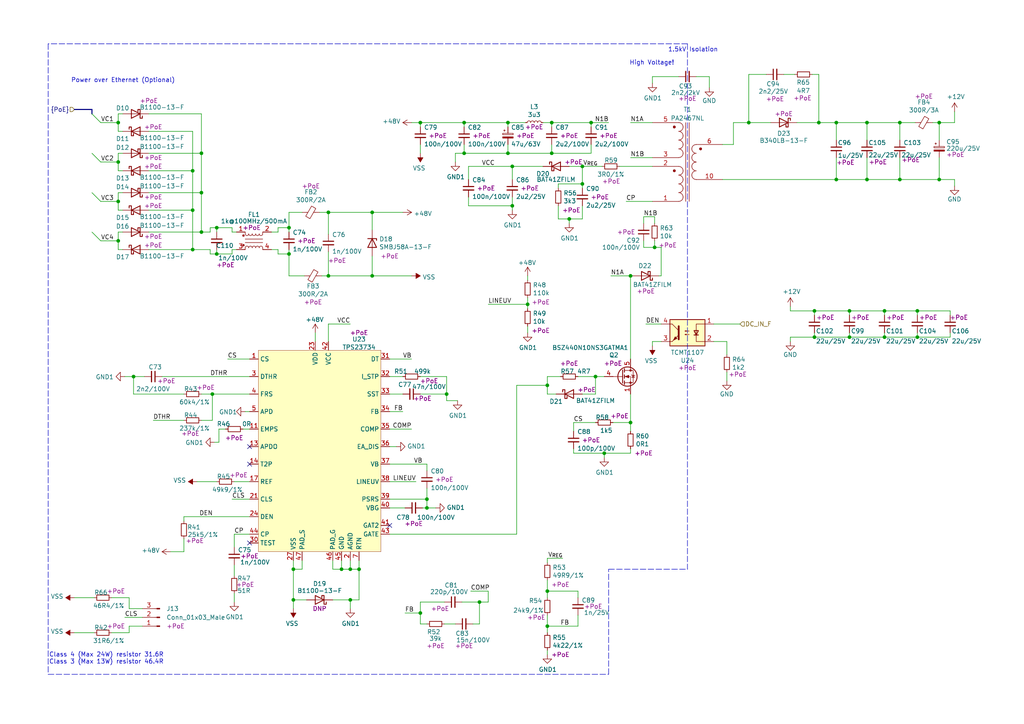
<source format=kicad_sch>
(kicad_sch (version 20210621) (generator eeschema)
  (paper "A4")
  (title_block (title "Power over Ethernet") (date "2021-01-12") (rev "0.1") (company "Nabu Casa") (comment 1 "www.nabucasa.com") (comment 2 "Amber"))
  (junction (at 34.29 35.56) (diameter 0.9144))
  (junction (at 34.29 46.99) (diameter 0.9144))
  (junction (at 34.29 58.42) (diameter 0.9144))
  (junction (at 34.29 69.85) (diameter 0.9144))
  (junction (at 38.735 109.22) (diameter 0.9144))
  (junction (at 55.88 49.53) (diameter 0.9144))
  (junction (at 55.88 60.96) (diameter 0.9144))
  (junction (at 55.88 72.39) (diameter 0.9144))
  (junction (at 58.42 44.45) (diameter 0.9144))
  (junction (at 58.42 55.88) (diameter 0.9144))
  (junction (at 58.42 67.31) (diameter 0.9144))
  (junction (at 61.595 114.3) (diameter 0.9144))
  (junction (at 62.865 66.04) (diameter 0.9144))
  (junction (at 62.865 73.66) (diameter 0.9144))
  (junction (at 83.82 66.04) (diameter 0.9144))
  (junction (at 83.82 73.66) (diameter 0.9144))
  (junction (at 85.09 165.1) (diameter 0.9144))
  (junction (at 85.09 173.99) (diameter 0.9144))
  (junction (at 95.25 61.595) (diameter 0.9144))
  (junction (at 95.25 80.01) (diameter 0.9144))
  (junction (at 99.06 165.1) (diameter 0.9144))
  (junction (at 101.6 165.1) (diameter 0.9144))
  (junction (at 101.6 173.99) (diameter 0.9144))
  (junction (at 104.14 165.1) (diameter 0.9144))
  (junction (at 107.95 61.595) (diameter 0.9144))
  (junction (at 107.95 80.01) (diameter 0.9144))
  (junction (at 121.92 35.56) (diameter 0.9144))
  (junction (at 121.92 177.8) (diameter 0.9144))
  (junction (at 123.825 144.78) (diameter 0.9144))
  (junction (at 123.825 147.32) (diameter 0.9144))
  (junction (at 129.54 114.3) (diameter 0.9144))
  (junction (at 134.62 35.56) (diameter 0.9144))
  (junction (at 134.62 44.45) (diameter 0.9144))
  (junction (at 139.065 174.625) (diameter 0.9144))
  (junction (at 147.32 35.56) (diameter 0.9144))
  (junction (at 147.32 44.45) (diameter 0.9144))
  (junction (at 148.59 48.26) (diameter 0.9144))
  (junction (at 148.59 59.69) (diameter 0.9144))
  (junction (at 153.035 88.265) (diameter 0.9144))
  (junction (at 158.75 111.76) (diameter 0.9144))
  (junction (at 158.75 171.45) (diameter 0.9144))
  (junction (at 158.75 181.61) (diameter 0.9144))
  (junction (at 160.02 35.56) (diameter 0.9144))
  (junction (at 160.02 44.45) (diameter 0.9144))
  (junction (at 165.1 63.5) (diameter 0.9144))
  (junction (at 168.91 48.26) (diameter 0.9144))
  (junction (at 168.91 53.34) (diameter 0.9144))
  (junction (at 171.45 35.56) (diameter 0.9144))
  (junction (at 172.72 109.22) (diameter 0.9144))
  (junction (at 175.26 131.445) (diameter 0.9144))
  (junction (at 182.88 80.01) (diameter 0.9144))
  (junction (at 182.88 122.555) (diameter 0.9144))
  (junction (at 189.865 71.755) (diameter 0.9144))
  (junction (at 217.17 35.56) (diameter 0.9144))
  (junction (at 236.22 90.17) (diameter 0.9144))
  (junction (at 236.22 97.79) (diameter 0.9144))
  (junction (at 237.49 35.56) (diameter 0.9144))
  (junction (at 242.57 35.56) (diameter 0.9144))
  (junction (at 242.57 52.07) (diameter 0.9144))
  (junction (at 246.38 90.17) (diameter 0.9144))
  (junction (at 246.38 97.79) (diameter 0.9144))
  (junction (at 251.46 35.56) (diameter 0.9144))
  (junction (at 251.46 52.07) (diameter 0.9144))
  (junction (at 256.54 90.17) (diameter 0.9144))
  (junction (at 256.54 97.79) (diameter 0.9144))
  (junction (at 260.985 35.56) (diameter 0.9144))
  (junction (at 260.985 52.07) (diameter 0.9144))
  (junction (at 266.065 90.17) (diameter 0.9144))
  (junction (at 266.065 97.79) (diameter 0.9144))
  (junction (at 272.415 35.56) (diameter 0.9144))
  (junction (at 272.415 52.07) (diameter 0.9144))
  (no_connect (at 72.39 129.54))
  (no_connect (at 72.39 134.62))
  (no_connect (at 72.39 157.48))
  (no_connect (at 113.03 152.4))
  (bus_entry (at 26.67 33.02) (size 2.54 2.54) (stroke (width 0.1524)))
  (bus_entry (at 26.67 44.45) (size 2.54 2.54) (stroke (width 0.1524)))
  (bus_entry (at 26.67 55.88) (size 2.54 2.54) (stroke (width 0.1524)))
  (bus_entry (at 26.67 67.31) (size 2.54 2.54) (stroke (width 0.1524)))
  (wire (pts (xy 21.59 173.355) (xy 27.305 173.355)))
  (wire (pts (xy 21.59 183.515) (xy 27.305 183.515)))
  (wire (pts (xy 29.21 35.56) (xy 34.29 35.56)))
  (wire (pts (xy 29.21 46.99) (xy 34.29 46.99)))
  (wire (pts (xy 29.21 58.42) (xy 34.29 58.42)))
  (wire (pts (xy 29.21 69.85) (xy 34.29 69.85)))
  (wire (pts (xy 34.29 33.02) (xy 34.29 35.56)))
  (wire (pts (xy 34.29 38.1) (xy 34.29 35.56)))
  (wire (pts (xy 34.29 44.45) (xy 34.29 46.99)))
  (wire (pts (xy 34.29 49.53) (xy 34.29 46.99)))
  (wire (pts (xy 34.29 55.88) (xy 34.29 58.42)))
  (wire (pts (xy 34.29 60.96) (xy 34.29 58.42)))
  (wire (pts (xy 34.29 67.31) (xy 34.29 69.85)))
  (wire (pts (xy 34.29 72.39) (xy 34.29 69.85)))
  (wire (pts (xy 35.56 33.02) (xy 34.29 33.02)))
  (wire (pts (xy 35.56 38.1) (xy 34.29 38.1)))
  (wire (pts (xy 35.56 44.45) (xy 34.29 44.45)))
  (wire (pts (xy 35.56 49.53) (xy 34.29 49.53)))
  (wire (pts (xy 35.56 55.88) (xy 34.29 55.88)))
  (wire (pts (xy 35.56 60.96) (xy 34.29 60.96)))
  (wire (pts (xy 35.56 67.31) (xy 34.29 67.31)))
  (wire (pts (xy 35.56 72.39) (xy 34.29 72.39)))
  (wire (pts (xy 36.195 109.22) (xy 38.735 109.22)))
  (wire (pts (xy 36.195 179.07) (xy 41.275 179.07)))
  (wire (pts (xy 37.465 173.355) (xy 32.385 173.355)))
  (wire (pts (xy 37.465 176.53) (xy 37.465 173.355)))
  (wire (pts (xy 37.465 181.61) (xy 37.465 183.515)))
  (wire (pts (xy 37.465 183.515) (xy 32.385 183.515)))
  (wire (pts (xy 38.735 109.22) (xy 41.91 109.22)))
  (wire (pts (xy 38.735 114.3) (xy 38.735 109.22)))
  (wire (pts (xy 41.275 176.53) (xy 37.465 176.53)))
  (wire (pts (xy 41.275 181.61) (xy 37.465 181.61)))
  (wire (pts (xy 43.18 33.02) (xy 58.42 33.02)))
  (wire (pts (xy 43.18 38.1) (xy 55.88 38.1)))
  (wire (pts (xy 43.18 44.45) (xy 58.42 44.45)))
  (wire (pts (xy 43.18 49.53) (xy 55.88 49.53)))
  (wire (pts (xy 43.18 55.88) (xy 58.42 55.88)))
  (wire (pts (xy 43.18 60.96) (xy 55.88 60.96)))
  (wire (pts (xy 43.18 67.31) (xy 58.42 67.31)))
  (wire (pts (xy 43.18 72.39) (xy 55.88 72.39)))
  (wire (pts (xy 44.45 121.92) (xy 53.34 121.92)))
  (wire (pts (xy 46.99 109.22) (xy 72.39 109.22)))
  (wire (pts (xy 53.34 114.3) (xy 38.735 114.3)))
  (wire (pts (xy 53.34 149.86) (xy 53.34 151.13)))
  (wire (pts (xy 53.34 156.21) (xy 53.34 160.02)))
  (wire (pts (xy 53.34 160.02) (xy 49.53 160.02)))
  (wire (pts (xy 55.88 38.1) (xy 55.88 49.53)))
  (wire (pts (xy 55.88 49.53) (xy 55.88 60.96)))
  (wire (pts (xy 55.88 60.96) (xy 55.88 72.39)))
  (wire (pts (xy 55.88 72.39) (xy 60.96 72.39)))
  (wire (pts (xy 57.15 139.7) (xy 62.865 139.7)))
  (wire (pts (xy 58.42 33.02) (xy 58.42 44.45)))
  (wire (pts (xy 58.42 44.45) (xy 58.42 55.88)))
  (wire (pts (xy 58.42 55.88) (xy 58.42 67.31)))
  (wire (pts (xy 58.42 67.31) (xy 60.96 67.31)))
  (wire (pts (xy 58.42 114.3) (xy 61.595 114.3)))
  (wire (pts (xy 58.42 121.92) (xy 61.595 121.92)))
  (wire (pts (xy 60.96 66.04) (xy 60.96 67.31)))
  (wire (pts (xy 60.96 72.39) (xy 60.96 73.66)))
  (wire (pts (xy 60.96 73.66) (xy 62.865 73.66)))
  (wire (pts (xy 61.595 114.3) (xy 72.39 114.3)))
  (wire (pts (xy 61.595 121.92) (xy 61.595 114.3)))
  (wire (pts (xy 62.865 66.04) (xy 60.96 66.04)))
  (wire (pts (xy 62.865 66.04) (xy 62.865 67.31)))
  (wire (pts (xy 62.865 72.39) (xy 62.865 73.66)))
  (wire (pts (xy 62.865 73.66) (xy 67.31 73.66)))
  (wire (pts (xy 63.5 124.46) (xy 63.5 128.27)))
  (wire (pts (xy 63.5 124.46) (xy 65.405 124.46)))
  (wire (pts (xy 63.5 128.27) (xy 62.23 128.27)))
  (wire (pts (xy 66.04 104.14) (xy 72.39 104.14)))
  (wire (pts (xy 67.31 66.04) (xy 62.865 66.04)))
  (wire (pts (xy 67.31 67.31) (xy 67.31 66.04)))
  (wire (pts (xy 67.31 72.39) (xy 68.58 72.39)))
  (wire (pts (xy 67.31 73.66) (xy 67.31 72.39)))
  (wire (pts (xy 67.31 144.78) (xy 72.39 144.78)))
  (wire (pts (xy 67.945 139.7) (xy 72.39 139.7)))
  (wire (pts (xy 67.945 154.94) (xy 67.945 158.75)))
  (wire (pts (xy 67.945 154.94) (xy 72.39 154.94)))
  (wire (pts (xy 67.945 163.83) (xy 67.945 167.005)))
  (wire (pts (xy 67.945 172.085) (xy 67.945 174.625)))
  (wire (pts (xy 68.58 67.31) (xy 67.31 67.31)))
  (wire (pts (xy 70.485 124.46) (xy 72.39 124.46)))
  (wire (pts (xy 71.12 119.38) (xy 72.39 119.38)))
  (wire (pts (xy 72.39 149.86) (xy 53.34 149.86)))
  (wire (pts (xy 78.74 67.31) (xy 80.645 67.31)))
  (wire (pts (xy 78.74 72.39) (xy 80.645 72.39)))
  (wire (pts (xy 80.645 66.04) (xy 83.82 66.04)))
  (wire (pts (xy 80.645 67.31) (xy 80.645 66.04)))
  (wire (pts (xy 80.645 72.39) (xy 80.645 73.66)))
  (wire (pts (xy 80.645 73.66) (xy 83.82 73.66)))
  (wire (pts (xy 83.82 61.595) (xy 83.82 66.04)))
  (wire (pts (xy 83.82 66.04) (xy 83.82 67.31)))
  (wire (pts (xy 83.82 73.66) (xy 83.82 72.39)))
  (wire (pts (xy 83.82 80.01) (xy 83.82 73.66)))
  (wire (pts (xy 85.09 165.1) (xy 85.09 162.56)))
  (wire (pts (xy 85.09 165.1) (xy 85.09 173.99)))
  (wire (pts (xy 85.09 173.99) (xy 85.09 176.53)))
  (wire (pts (xy 85.09 173.99) (xy 88.9 173.99)))
  (wire (pts (xy 87.63 61.595) (xy 83.82 61.595)))
  (wire (pts (xy 87.63 162.56) (xy 87.63 165.1)))
  (wire (pts (xy 87.63 165.1) (xy 85.09 165.1)))
  (wire (pts (xy 88.265 80.01) (xy 83.82 80.01)))
  (wire (pts (xy 91.44 96.52) (xy 91.44 99.06)))
  (wire (pts (xy 92.71 61.595) (xy 95.25 61.595)))
  (wire (pts (xy 93.345 80.01) (xy 95.25 80.01)))
  (wire (pts (xy 95.25 61.595) (xy 95.25 67.945)))
  (wire (pts (xy 95.25 61.595) (xy 107.95 61.595)))
  (wire (pts (xy 95.25 73.025) (xy 95.25 80.01)))
  (wire (pts (xy 95.25 80.01) (xy 107.95 80.01)))
  (wire (pts (xy 95.25 93.98) (xy 101.6 93.98)))
  (wire (pts (xy 95.25 99.06) (xy 95.25 93.98)))
  (wire (pts (xy 96.52 162.56) (xy 96.52 165.1)))
  (wire (pts (xy 96.52 165.1) (xy 99.06 165.1)))
  (wire (pts (xy 96.52 173.99) (xy 101.6 173.99)))
  (wire (pts (xy 99.06 162.56) (xy 99.06 165.1)))
  (wire (pts (xy 99.06 165.1) (xy 101.6 165.1)))
  (wire (pts (xy 101.6 162.56) (xy 101.6 165.1)))
  (wire (pts (xy 101.6 165.1) (xy 104.14 165.1)))
  (wire (pts (xy 101.6 173.99) (xy 101.6 176.53)))
  (wire (pts (xy 104.14 165.1) (xy 104.14 162.56)))
  (wire (pts (xy 104.14 165.1) (xy 104.14 173.99)))
  (wire (pts (xy 104.14 173.99) (xy 101.6 173.99)))
  (wire (pts (xy 107.95 61.595) (xy 116.84 61.595)))
  (wire (pts (xy 107.95 66.675) (xy 107.95 61.595)))
  (wire (pts (xy 107.95 74.295) (xy 107.95 80.01)))
  (wire (pts (xy 107.95 80.01) (xy 119.38 80.01)))
  (wire (pts (xy 113.03 104.14) (xy 119.38 104.14)))
  (wire (pts (xy 113.03 109.22) (xy 116.84 109.22)))
  (wire (pts (xy 113.03 114.3) (xy 116.84 114.3)))
  (wire (pts (xy 113.03 119.38) (xy 116.84 119.38)))
  (wire (pts (xy 113.03 124.46) (xy 119.38 124.46)))
  (wire (pts (xy 113.03 129.54) (xy 114.935 129.54)))
  (wire (pts (xy 113.03 134.62) (xy 123.825 134.62)))
  (wire (pts (xy 113.03 139.7) (xy 120.65 139.7)))
  (wire (pts (xy 113.03 144.78) (xy 123.825 144.78)))
  (wire (pts (xy 113.03 147.32) (xy 117.475 147.32)))
  (wire (pts (xy 113.03 154.94) (xy 149.86 154.94)))
  (wire (pts (xy 117.475 177.8) (xy 121.92 177.8)))
  (wire (pts (xy 119.38 35.56) (xy 121.92 35.56)))
  (wire (pts (xy 121.92 35.56) (xy 121.92 36.83)))
  (wire (pts (xy 121.92 35.56) (xy 134.62 35.56)))
  (wire (pts (xy 121.92 41.91) (xy 121.92 44.45)))
  (wire (pts (xy 121.92 109.22) (xy 129.54 109.22)))
  (wire (pts (xy 121.92 114.3) (xy 129.54 114.3)))
  (wire (pts (xy 121.92 174.625) (xy 121.92 177.8)))
  (wire (pts (xy 121.92 180.975) (xy 121.92 177.8)))
  (wire (pts (xy 122.555 147.32) (xy 123.825 147.32)))
  (wire (pts (xy 123.825 134.62) (xy 123.825 136.525)))
  (wire (pts (xy 123.825 141.605) (xy 123.825 144.78)))
  (wire (pts (xy 123.825 144.78) (xy 123.825 147.32)))
  (wire (pts (xy 123.825 147.32) (xy 126.365 147.32)))
  (wire (pts (xy 123.825 180.975) (xy 121.92 180.975)))
  (wire (pts (xy 128.905 174.625) (xy 121.92 174.625)))
  (wire (pts (xy 128.905 180.975) (xy 132.08 180.975)))
  (wire (pts (xy 129.54 109.22) (xy 129.54 114.3)))
  (wire (pts (xy 129.54 116.205) (xy 129.54 114.3)))
  (wire (pts (xy 132.08 44.45) (xy 132.08 46.99)))
  (wire (pts (xy 132.715 116.205) (xy 129.54 116.205)))
  (wire (pts (xy 133.985 174.625) (xy 139.065 174.625)))
  (wire (pts (xy 134.62 35.56) (xy 134.62 36.83)))
  (wire (pts (xy 134.62 35.56) (xy 147.32 35.56)))
  (wire (pts (xy 134.62 41.91) (xy 134.62 44.45)))
  (wire (pts (xy 134.62 44.45) (xy 132.08 44.45)))
  (wire (pts (xy 134.62 44.45) (xy 147.32 44.45)))
  (wire (pts (xy 135.89 48.26) (xy 135.89 52.07)))
  (wire (pts (xy 135.89 48.26) (xy 148.59 48.26)))
  (wire (pts (xy 135.89 57.15) (xy 135.89 59.69)))
  (wire (pts (xy 135.89 59.69) (xy 148.59 59.69)))
  (wire (pts (xy 137.16 180.975) (xy 139.065 180.975)))
  (wire (pts (xy 139.065 174.625) (xy 141.605 174.625)))
  (wire (pts (xy 139.065 180.975) (xy 139.065 174.625)))
  (wire (pts (xy 141.605 88.265) (xy 153.035 88.265)))
  (wire (pts (xy 141.605 171.45) (xy 136.525 171.45)))
  (wire (pts (xy 141.605 174.625) (xy 141.605 171.45)))
  (wire (pts (xy 147.32 35.56) (xy 147.32 36.83)))
  (wire (pts (xy 147.32 35.56) (xy 152.4 35.56)))
  (wire (pts (xy 147.32 41.91) (xy 147.32 44.45)))
  (wire (pts (xy 147.32 44.45) (xy 160.02 44.45)))
  (wire (pts (xy 148.59 48.26) (xy 148.59 52.07)))
  (wire (pts (xy 148.59 48.26) (xy 157.48 48.26)))
  (wire (pts (xy 148.59 57.15) (xy 148.59 59.69)))
  (wire (pts (xy 148.59 59.69) (xy 148.59 60.96)))
  (wire (pts (xy 149.86 111.76) (xy 158.75 111.76)))
  (wire (pts (xy 149.86 154.94) (xy 149.86 111.76)))
  (wire (pts (xy 153.035 80.01) (xy 153.035 81.28)))
  (wire (pts (xy 153.035 86.36) (xy 153.035 88.265)))
  (wire (pts (xy 153.035 88.265) (xy 153.035 89.535)))
  (wire (pts (xy 153.035 94.615) (xy 153.035 96.52)))
  (wire (pts (xy 157.48 35.56) (xy 160.02 35.56)))
  (wire (pts (xy 158.75 109.22) (xy 162.56 109.22)))
  (wire (pts (xy 158.75 111.76) (xy 158.75 109.22)))
  (wire (pts (xy 158.75 114.3) (xy 158.75 111.76)))
  (wire (pts (xy 158.75 161.925) (xy 163.195 161.925)))
  (wire (pts (xy 158.75 163.195) (xy 158.75 161.925)))
  (wire (pts (xy 158.75 168.275) (xy 158.75 171.45)))
  (wire (pts (xy 158.75 171.45) (xy 158.75 173.355)))
  (wire (pts (xy 158.75 171.45) (xy 167.64 171.45)))
  (wire (pts (xy 158.75 178.435) (xy 158.75 181.61)))
  (wire (pts (xy 158.75 181.61) (xy 158.75 183.515)))
  (wire (pts (xy 158.75 188.595) (xy 158.75 189.865)))
  (wire (pts (xy 160.02 35.56) (xy 160.02 36.83)))
  (wire (pts (xy 160.02 35.56) (xy 171.45 35.56)))
  (wire (pts (xy 160.02 41.91) (xy 160.02 44.45)))
  (wire (pts (xy 160.02 44.45) (xy 171.45 44.45)))
  (wire (pts (xy 161.29 114.3) (xy 158.75 114.3)))
  (wire (pts (xy 161.925 53.34) (xy 168.91 53.34)))
  (wire (pts (xy 161.925 54.61) (xy 161.925 53.34)))
  (wire (pts (xy 161.925 59.69) (xy 161.925 63.5)))
  (wire (pts (xy 161.925 63.5) (xy 165.1 63.5)))
  (wire (pts (xy 165.1 48.26) (xy 168.91 48.26)))
  (wire (pts (xy 165.1 63.5) (xy 165.1 64.77)))
  (wire (pts (xy 165.1 63.5) (xy 168.91 63.5)))
  (wire (pts (xy 166.37 122.555) (xy 166.37 125.095)))
  (wire (pts (xy 166.37 131.445) (xy 166.37 130.175)))
  (wire (pts (xy 167.64 173.355) (xy 167.64 171.45)))
  (wire (pts (xy 167.64 178.435) (xy 167.64 181.61)))
  (wire (pts (xy 167.64 181.61) (xy 158.75 181.61)))
  (wire (pts (xy 168.91 48.26) (xy 168.91 53.34)))
  (wire (pts (xy 168.91 48.26) (xy 174.625 48.26)))
  (wire (pts (xy 168.91 53.34) (xy 168.91 54.61)))
  (wire (pts (xy 168.91 63.5) (xy 168.91 59.69)))
  (wire (pts (xy 168.91 114.3) (xy 172.72 114.3)))
  (wire (pts (xy 171.45 35.56) (xy 171.45 36.83)))
  (wire (pts (xy 171.45 35.56) (xy 176.53 35.56)))
  (wire (pts (xy 171.45 41.91) (xy 171.45 44.45)))
  (wire (pts (xy 172.72 109.22) (xy 167.64 109.22)))
  (wire (pts (xy 172.72 109.22) (xy 175.26 109.22)))
  (wire (pts (xy 172.72 114.3) (xy 172.72 109.22)))
  (wire (pts (xy 172.72 122.555) (xy 166.37 122.555)))
  (wire (pts (xy 175.26 131.445) (xy 166.37 131.445)))
  (wire (pts (xy 175.26 131.445) (xy 175.26 132.715)))
  (wire (pts (xy 177.165 80.01) (xy 182.88 80.01)))
  (wire (pts (xy 177.8 122.555) (xy 182.88 122.555)))
  (wire (pts (xy 179.705 48.26) (xy 189.23 48.26)))
  (wire (pts (xy 181.61 58.42) (xy 189.23 58.42)))
  (wire (pts (xy 182.88 35.56) (xy 189.23 35.56)))
  (wire (pts (xy 182.88 45.72) (xy 189.23 45.72)))
  (wire (pts (xy 182.88 80.01) (xy 182.88 104.14)))
  (wire (pts (xy 182.88 80.01) (xy 183.515 80.01)))
  (wire (pts (xy 182.88 114.3) (xy 182.88 122.555)))
  (wire (pts (xy 182.88 122.555) (xy 182.88 125.095)))
  (wire (pts (xy 182.88 130.175) (xy 182.88 131.445)))
  (wire (pts (xy 182.88 131.445) (xy 175.26 131.445)))
  (wire (pts (xy 186.69 62.865) (xy 186.69 64.77)))
  (wire (pts (xy 186.69 69.85) (xy 186.69 71.755)))
  (wire (pts (xy 186.69 71.755) (xy 189.865 71.755)))
  (wire (pts (xy 189.23 22.225) (xy 189.23 24.13)))
  (wire (pts (xy 189.23 99.06) (xy 189.23 100.33)))
  (wire (pts (xy 189.865 62.865) (xy 186.69 62.865)))
  (wire (pts (xy 189.865 64.77) (xy 189.865 62.865)))
  (wire (pts (xy 189.865 71.755) (xy 189.865 69.85)))
  (wire (pts (xy 191.135 80.01) (xy 191.77 80.01)))
  (wire (pts (xy 191.77 71.755) (xy 189.865 71.755)))
  (wire (pts (xy 191.77 80.01) (xy 191.77 71.755)))
  (wire (pts (xy 191.77 93.98) (xy 187.325 93.98)))
  (wire (pts (xy 191.77 99.06) (xy 189.23 99.06)))
  (wire (pts (xy 196.85 22.225) (xy 189.23 22.225)))
  (wire (pts (xy 205.74 22.225) (xy 201.93 22.225)))
  (wire (pts (xy 205.74 25.4) (xy 205.74 22.225)))
  (wire (pts (xy 207.01 93.98) (xy 214.63 93.98)))
  (wire (pts (xy 207.01 99.06) (xy 210.82 99.06)))
  (wire (pts (xy 209.55 41.91) (xy 212.725 41.91)))
  (wire (pts (xy 209.55 52.07) (xy 242.57 52.07)))
  (wire (pts (xy 210.82 99.06) (xy 210.82 102.87)))
  (wire (pts (xy 210.82 107.95) (xy 210.82 110.49)))
  (wire (pts (xy 212.725 35.56) (xy 217.17 35.56)))
  (wire (pts (xy 212.725 41.91) (xy 212.725 35.56)))
  (wire (pts (xy 217.17 21.59) (xy 217.17 35.56)))
  (wire (pts (xy 217.17 35.56) (xy 223.52 35.56)))
  (wire (pts (xy 222.25 21.59) (xy 217.17 21.59)))
  (wire (pts (xy 227.33 21.59) (xy 230.505 21.59)))
  (wire (pts (xy 229.235 90.17) (xy 229.235 88.9)))
  (wire (pts (xy 229.235 90.17) (xy 236.22 90.17)))
  (wire (pts (xy 229.235 97.79) (xy 229.235 99.06)))
  (wire (pts (xy 229.235 97.79) (xy 236.22 97.79)))
  (wire (pts (xy 231.14 35.56) (xy 237.49 35.56)))
  (wire (pts (xy 235.585 21.59) (xy 237.49 21.59)))
  (wire (pts (xy 236.22 90.17) (xy 236.22 91.44)))
  (wire (pts (xy 236.22 90.17) (xy 246.38 90.17)))
  (wire (pts (xy 236.22 96.52) (xy 236.22 97.79)))
  (wire (pts (xy 236.22 97.79) (xy 246.38 97.79)))
  (wire (pts (xy 237.49 21.59) (xy 237.49 35.56)))
  (wire (pts (xy 237.49 35.56) (xy 242.57 35.56)))
  (wire (pts (xy 242.57 35.56) (xy 242.57 40.64)))
  (wire (pts (xy 242.57 35.56) (xy 251.46 35.56)))
  (wire (pts (xy 242.57 45.72) (xy 242.57 52.07)))
  (wire (pts (xy 242.57 52.07) (xy 251.46 52.07)))
  (wire (pts (xy 246.38 90.17) (xy 246.38 91.44)))
  (wire (pts (xy 246.38 90.17) (xy 256.54 90.17)))
  (wire (pts (xy 246.38 96.52) (xy 246.38 97.79)))
  (wire (pts (xy 246.38 97.79) (xy 256.54 97.79)))
  (wire (pts (xy 251.46 35.56) (xy 251.46 40.64)))
  (wire (pts (xy 251.46 35.56) (xy 260.985 35.56)))
  (wire (pts (xy 251.46 45.72) (xy 251.46 52.07)))
  (wire (pts (xy 251.46 52.07) (xy 260.985 52.07)))
  (wire (pts (xy 256.54 90.17) (xy 256.54 91.44)))
  (wire (pts (xy 256.54 90.17) (xy 266.065 90.17)))
  (wire (pts (xy 256.54 96.52) (xy 256.54 97.79)))
  (wire (pts (xy 256.54 97.79) (xy 266.065 97.79)))
  (wire (pts (xy 260.985 35.56) (xy 260.985 40.64)))
  (wire (pts (xy 260.985 35.56) (xy 265.43 35.56)))
  (wire (pts (xy 260.985 45.72) (xy 260.985 52.07)))
  (wire (pts (xy 260.985 52.07) (xy 272.415 52.07)))
  (wire (pts (xy 266.065 90.17) (xy 266.065 91.44)))
  (wire (pts (xy 266.065 90.17) (xy 275.59 90.17)))
  (wire (pts (xy 266.065 96.52) (xy 266.065 97.79)))
  (wire (pts (xy 266.065 97.79) (xy 275.59 97.79)))
  (wire (pts (xy 270.51 35.56) (xy 272.415 35.56)))
  (wire (pts (xy 272.415 35.56) (xy 272.415 40.64)))
  (wire (pts (xy 272.415 35.56) (xy 276.86 35.56)))
  (wire (pts (xy 272.415 45.72) (xy 272.415 52.07)))
  (wire (pts (xy 272.415 52.07) (xy 276.86 52.07)))
  (wire (pts (xy 275.59 90.17) (xy 275.59 91.44)))
  (wire (pts (xy 275.59 96.52) (xy 275.59 97.79)))
  (wire (pts (xy 276.86 35.56) (xy 276.86 32.385)))
  (wire (pts (xy 276.86 52.07) (xy 276.86 53.975)))
  (bus (pts (xy 21.59 31.75) (xy 26.67 31.75)))
  (bus (pts (xy 26.67 31.75) (xy 26.67 67.31)))
  (polyline (pts (xy 13.97 12.7) (xy 13.97 195.58)) (stroke (width 0) (type dash)))
  (polyline (pts (xy 13.97 195.58) (xy 176.53 195.58)) (stroke (width 0) (type dash)))
  (polyline (pts (xy 176.53 165.1) (xy 199.39 165.1)) (stroke (width 0) (type dash)))
  (polyline (pts (xy 176.53 195.58) (xy 176.53 165.1)) (stroke (width 0) (type dash)))
  (polyline (pts (xy 199.39 12.7) (xy 13.97 12.7)) (stroke (width 0) (type dash)))
  (polyline (pts (xy 199.39 12.7) (xy 199.39 165.1)) (stroke (width 0) (type dash)))
  (text "Class 4 (Max 24W) resistor 31.6R\nClass 3 (Max 13W) resistor 46.4R" (at 47.498 192.786 0) (effects (font (size 1.27 1.27)) (justify right bottom)))
  (text "Power over Ethernet (Optional)" (at 50.8 24.13 180) (effects (font (size 1.27 1.27)) (justify right bottom)))
  (text "High Voltage!" (at 195.58 19.05 180) (effects (font (size 1.27 1.27)) (justify right bottom)))
  (text "1.5kV Isolation" (at 208.28 15.24 180) (effects (font (size 1.27 1.27)) (justify right bottom)))
  (label "VC1" (at 33.02 35.56 180))
  (label "VC2" (at 33.02 46.99 180))
  (label "VC3" (at 33.02 58.42 180))
  (label "VC4" (at 33.02 69.85 180))
  (label "CLS" (at 36.195 179.07 0))
  (label "DTHR" (at 44.45 121.92 0))
  (label "DEN" (at 57.785 149.86 0))
  (label "DTHR" (at 60.96 109.22 0))
  (label "CS" (at 66.04 104.14 0))
  (label "CLS" (at 67.31 144.78 0))
  (label "CP" (at 67.945 154.94 0))
  (label "VCC" (at 101.6 93.98 180))
  (label "FB" (at 116.84 119.38 180))
  (label "FB" (at 117.475 177.8 0))
  (label "VB" (at 119.38 104.14 180))
  (label "COMP" (at 119.38 124.46 180))
  (label "LINEUV" (at 120.65 139.7 180))
  (label "VB" (at 122.555 134.62 180))
  (label "COMP" (at 136.525 171.45 0))
  (label "VCC" (at 139.7 48.26 0))
  (label "LINEUV" (at 141.605 88.265 0))
  (label "V_{REG}" (at 163.195 161.925 180))
  (label "FB" (at 165.1 181.61 180))
  (label "CS" (at 166.37 122.555 0))
  (label "V_{REG}" (at 173.355 48.26 180))
  (label "N1B" (at 176.53 35.56 180))
  (label "N1A" (at 177.165 80.01 0))
  (label "CP" (at 181.61 58.42 0))
  (label "N1A" (at 182.88 35.56 0))
  (label "N1B" (at 182.88 45.72 0))
  (label "N1B" (at 186.69 62.865 0))
  (label "DEN" (at 187.325 93.98 0))
  (hierarchical_label "{PoE}" (shape input) (at 21.59 31.75 180))
  (hierarchical_label "DC_IN_F" (shape input) (at 214.63 93.98 0))
  (symbol (lib_id "power:VSS") (at 21.59 173.355 90) (unit 1)
    (property "Reference" "#PWR0199" (effects hide))
    (property "Value" "VSS" (at 18.4149 172.9867 90) (effects (justify left)))
  )
  (symbol (lib_id "power:VSS") (at 21.59 183.515 90) (unit 1)
    (property "Reference" "#PWR0155" (effects hide))
    (property "Value" "VSS" (at 18.4149 183.1467 90) (effects (justify left)))
  )
  (symbol (lib_id "power:+48V") (at 49.53 160.02 90) (unit 1)
    (property "Reference" "#PWR0156" (effects hide))
    (property "Value" "+48V" (at 46.3549 159.6517 90) (effects (justify left)))
  )
  (symbol (lib_id "power:VSS") (at 57.15 139.7 90) (unit 1)
    (property "Reference" "#PWR0157" (effects hide))
    (property "Value" "VSS" (at 53.9749 139.3317 90) (effects (justify left)))
  )
  (symbol (lib_id "power:VSS") (at 85.09 176.53 180) (unit 1)
    (property "Reference" "#PWR0162" (effects hide))
    (property "Value" "VSS" (at 84.7217 180.8544 0))
  )
  (symbol (lib_id "power:+48V") (at 91.44 96.52 0) (unit 1)
    (property "Reference" "#PWR0164" (effects hide))
    (property "Value" "+48V" (at 88.6333 92.7099 0) (effects (justify left)))
  )
  (symbol (lib_id "power:+48V") (at 116.84 61.595 270) (unit 1)
    (property "Reference" "#PWR0165" (effects hide))
    (property "Value" "+48V" (at 120.0151 61.9633 90) (effects (justify left)))
  )
  (symbol (lib_id "power:+48V") (at 119.38 35.56 90) (unit 1)
    (property "Reference" "#PWR0169" (effects hide))
    (property "Value" "+48V" (at 116.2049 35.1917 90) (effects (justify left)))
  )
  (symbol (lib_id "power:VSS") (at 119.38 80.01 270) (unit 1)
    (property "Reference" "#PWR0161" (effects hide))
    (property "Value" "VSS" (at 122.5551 80.3783 90) (effects (justify left)))
  )
  (symbol (lib_id "power:VSS") (at 121.92 44.45 180) (unit 1)
    (property "Reference" "#PWR0170" (effects hide))
    (property "Value" "VSS" (at 121.5517 48.7744 0))
  )
  (symbol (lib_id "power:+48V") (at 153.035 80.01 0) (unit 1)
    (property "Reference" "#PWR0167" (effects hide))
    (property "Value" "+48V" (at 150.2283 76.1999 0) (effects (justify left)))
  )
  (symbol (lib_id "power:VSS") (at 189.23 100.33 180) (unit 1)
    (property "Reference" "#PWR0163" (effects hide))
    (property "Value" "VSS" (at 188.8617 104.6544 0))
  )
  (symbol (lib_id "power:+12V") (at 229.235 88.9 0) (unit 1)
    (property "Reference" "#PWR0186" (effects hide))
    (property "Value" "+12V" (at 229.6033 84.5756 0))
  )
  (symbol (lib_id "power:+12V") (at 276.86 32.385 0) (unit 1)
    (property "Reference" "#PWR0188" (effects hide))
    (property "Value" "+12V" (at 277.2283 28.0606 0))
  )
  (symbol (lib_id "Device:L_Small") (at 154.94 35.56 90) (unit 1)
    (property "Reference" "L3" (at 154.94 30.9688 90))
    (property "Value" "3u3" (at 154.94 33.267 90))
    (property "Footprint" "Inductor_SMD:L_Taiyo-Yuden_NR-80xx" (effects hide))
    (property "Config" "+PoE" (at 154.94 36.83 90))
    (property "Manufacturer" "Taiyo Yuden" (effects hide))
    (property "PartNumber" "NRS8030T3R3MJGJ" (effects hide))
  )
  (symbol (lib_id "power:GND1") (at 36.195 109.22 270) (unit 1)
    (property "Reference" "#PWR0154" (effects hide))
    (property "Value" "GND1" (at 33.0199 109.3343 90) (effects (justify right)))
  )
  (symbol (lib_id "power:GND1") (at 62.23 128.27 270) (unit 1)
    (property "Reference" "#PWR0158" (effects hide))
    (property "Value" "GND1" (at 59.0549 128.3843 90) (effects (justify right)))
  )
  (symbol (lib_id "power:GND1") (at 67.945 174.625 0) (unit 1)
    (property "Reference" "#PWR0159" (effects hide))
    (property "Value" "GND1" (at 68.0593 178.9494 0))
  )
  (symbol (lib_id "power:GND1") (at 71.12 119.38 270) (unit 1)
    (property "Reference" "#PWR0160" (effects hide))
    (property "Value" "GND1" (at 66.1606 119.4943 90))
  )
  (symbol (lib_id "power:GND1") (at 101.6 176.53 0) (unit 1)
    (property "Reference" "#PWR0166" (effects hide))
    (property "Value" "GND1" (at 101.7143 180.8544 0))
  )
  (symbol (lib_id "power:GND1") (at 114.935 129.54 90) (unit 1)
    (property "Reference" "#PWR0171" (effects hide))
    (property "Value" "GND1" (at 118.1101 129.4257 90) (effects (justify right)))
  )
  (symbol (lib_id "power:GND1") (at 126.365 147.32 90) (unit 1)
    (property "Reference" "#PWR0172" (effects hide))
    (property "Value" "GND1" (at 129.5401 147.2057 90) (effects (justify right)))
  )
  (symbol (lib_id "power:GND1") (at 132.08 46.99 0) (unit 1)
    (property "Reference" "#PWR0173" (effects hide))
    (property "Value" "GND1" (at 132.1943 51.3144 0))
  )
  (symbol (lib_id "power:GND1") (at 132.715 116.205 0) (unit 1)
    (property "Reference" "#PWR0174" (effects hide))
    (property "Value" "GND1" (at 132.8293 120.5294 0))
  )
  (symbol (lib_id "power:GND1") (at 148.59 60.96 0) (unit 1)
    (property "Reference" "#PWR0175" (effects hide))
    (property "Value" "GND1" (at 148.7043 65.2844 0))
  )
  (symbol (lib_id "power:GND1") (at 153.035 96.52 0) (unit 1)
    (property "Reference" "#PWR0168" (effects hide))
    (property "Value" "GND1" (at 153.1493 100.8444 0))
  )
  (symbol (lib_id "power:GND1") (at 158.75 189.865 0) (unit 1)
    (property "Reference" "#PWR0176" (effects hide))
    (property "Value" "GND1" (at 158.8643 194.1894 0))
  )
  (symbol (lib_id "power:GND1") (at 165.1 64.77 0) (unit 1)
    (property "Reference" "#PWR0177" (effects hide))
    (property "Value" "GND1" (at 165.2143 69.0944 0))
  )
  (symbol (lib_id "power:GND1") (at 175.26 132.715 0) (unit 1)
    (property "Reference" "#PWR0178" (effects hide))
    (property "Value" "GND1" (at 175.3743 137.0394 0))
  )
  (symbol (lib_id "power:GND1") (at 189.23 24.13 0) (unit 1)
    (property "Reference" "#PWR0179" (effects hide))
    (property "Value" "GND1" (at 189.3443 28.4544 0))
  )
  (symbol (lib_id "power:GND") (at 205.74 25.4 0) (unit 1)
    (property "Reference" "#PWR0182" (effects hide))
    (property "Value" "GND" (at 207.7593 29.2101 0) (effects (justify right)))
  )
  (symbol (lib_id "power:GND") (at 210.82 110.49 0) (unit 1)
    (property "Reference" "#PWR0183" (effects hide))
    (property "Value" "GND" (at 212.8393 114.3001 0) (effects (justify right)))
  )
  (symbol (lib_id "power:GND") (at 229.235 99.06 0) (unit 1)
    (property "Reference" "#PWR0187" (effects hide))
    (property "Value" "GND" (at 231.2543 102.8701 0) (effects (justify right)))
  )
  (symbol (lib_id "power:GND") (at 276.86 53.975 0) (unit 1)
    (property "Reference" "#PWR0189" (effects hide))
    (property "Value" "GND" (at 278.8793 57.7851 0) (effects (justify right)))
  )
  (symbol (lib_id "Device:R_Small") (at 29.845 173.355 90) (unit 1)
    (property "Reference" "R66" (at 31.2356 171.8563 90) (effects (justify left)))
    (property "Value" "46R4/1%" (at 36.074 175.666 90) (effects (justify left)))
    (property "Footprint" "Resistor_SMD:R_0402_1005Metric" (effects hide))
    (property "Config" "+PoE" (at 33.655 171.45 90))
  )
  (symbol (lib_id "Device:R_Small") (at 29.845 183.515 90) (unit 1)
    (property "Reference" "R42" (at 31.2356 182.0163 90) (effects (justify left)))
    (property "Value" "31R6/1%" (at 36.074 185.826 90) (effects (justify left)))
    (property "Footprint" "Resistor_SMD:R_0402_1005Metric" (effects hide))
    (property "Config" "+PoE" (at 33.655 181.61 90))
  )
  (symbol (lib_id "Device:R_Small") (at 53.34 153.67 180) (unit 1)
    (property "Reference" "R41" (at 58.1913 152.9144 0) (effects (justify left)))
    (property "Value" "25k5/1%" (at 63.271 155.061 0) (effects (justify left)))
    (property "Footprint" "Resistor_SMD:R_0402_1005Metric" (effects hide))
    (property "Config" "+PoE" (at 56.515 156.845 0))
  )
  (symbol (lib_id "Device:R_Small") (at 55.88 114.3 90) (unit 1)
    (property "Reference" "R43" (at 57.2706 112.8013 90) (effects (justify left)))
    (property "Value" "60k4/1%" (at 60.839 116.611 90) (effects (justify left)))
    (property "Footprint" "Resistor_SMD:R_0402_1005Metric" (effects hide))
    (property "Config" "+PoE" (at 59.69 112.395 90))
  )
  (symbol (lib_id "Device:R_Small") (at 55.88 121.92 90) (unit 1)
    (property "Reference" "R44" (at 57.2706 120.4213 90) (effects (justify left)))
    (property "Value" "237k/1%" (at 60.839 124.231 90) (effects (justify left)))
    (property "Footprint" "Resistor_SMD:R_0402_1005Metric" (effects hide))
    (property "Config" "+PoE" (at 55.245 125.73 90))
  )
  (symbol (lib_id "Device:R_Small") (at 65.405 139.7 90) (unit 1)
    (property "Reference" "R45" (at 66.7956 138.2013 90) (effects (justify left)))
    (property "Value" "49k9/1%" (at 70.364 142.011 90) (effects (justify left)))
    (property "Footprint" "Resistor_SMD:R_0402_1005Metric" (effects hide))
    (property "Config" "+PoE" (at 69.215 137.795 90))
  )
  (symbol (lib_id "Device:R_Small") (at 67.945 124.46 90) (unit 1)
    (property "Reference" "R46" (at 66.7956 122.9613 90) (effects (justify left)))
    (property "Value" "0R" (at 72.904 122.961 90) (effects (justify left)))
    (property "Footprint" "Resistor_SMD:R_0402_1005Metric" (effects hide))
    (property "Config" "+PoE" (at 67.945 127 90))
  )
  (symbol (lib_id "Device:R_Small") (at 67.945 169.545 0) (unit 1)
    (property "Reference" "R47" (at 68.8087 167.7606 0) (effects (justify left)))
    (property "Value" "51R" (at 68.809 171.329 0) (effects (justify left)))
    (property "Footprint" "Resistor_SMD:R_0805_2012Metric" (effects hide))
    (property "Config" "+PoE" (at 71.12 169.545 0))
  )
  (symbol (lib_id "Device:R_Small") (at 119.38 109.22 90) (unit 1)
    (property "Reference" "R51" (at 118.2306 107.7213 90) (effects (justify left)))
    (property "Value" "499k" (at 124.974 107.721 90) (effects (justify left)))
    (property "Footprint" "Resistor_SMD:R_0402_1005Metric" (effects hide))
    (property "Config" "+PoE" (at 124.46 110.49 90))
  )
  (symbol (lib_id "Device:R_Small") (at 126.365 180.975 90) (unit 1)
    (property "Reference" "R52" (at 127.7556 183.2863 90) (effects (justify left)))
    (property "Value" "39k" (at 128.149 185.191 90) (effects (justify left)))
    (property "Footprint" "Resistor_SMD:R_0402_1005Metric" (effects hide))
    (property "Config" "+PoE" (at 126.365 187.325 90))
  )
  (symbol (lib_id "Device:R_Small") (at 153.035 83.82 0) (unit 1)
    (property "Reference" "R48" (at 154.5337 82.6706 0) (effects (justify left)))
    (property "Value" "110k" (at 154.534 84.969 0) (effects (justify left)))
    (property "Footprint" "Resistor_SMD:R_0402_1005Metric" (effects hide))
    (property "Config" "+PoE" (at 156.845 87.63 0))
  )
  (symbol (lib_id "Device:R_Small") (at 153.035 92.075 0) (unit 1)
    (property "Reference" "R49" (at 154.5337 90.9256 0) (effects (justify left)))
    (property "Value" "10k" (at 154.534 93.224 0) (effects (justify left)))
    (property "Footprint" "Resistor_SMD:R_0402_1005Metric" (effects hide))
    (property "Config" "+PoE" (at 156.845 95.885 0))
  )
  (symbol (lib_id "Device:R_Small") (at 158.75 165.735 0) (unit 1)
    (property "Reference" "R53" (at 160.2487 164.5856 0) (effects (justify left)))
    (property "Value" "49R9/1%" (at 160.249 166.884 0) (effects (justify left)))
    (property "Footprint" "Resistor_SMD:R_0402_1005Metric" (effects hide))
    (property "Config" "+PoE" (at 162.56 169.545 0))
  )
  (symbol (lib_id "Device:R_Small") (at 158.75 175.895 0) (unit 1)
    (property "Reference" "R54" (at 153.3907 174.2376 0) (effects (justify left)))
    (property "Value" "24k9/1%" (at 148.819 177.044 0) (effects (justify left)))
    (property "Footprint" "Resistor_SMD:R_0402_1005Metric" (effects hide))
    (property "Config" "+PoE" (at 155.575 179.07 0))
  )
  (symbol (lib_id "Device:R_Small") (at 158.75 186.055 0) (unit 1)
    (property "Reference" "R55" (at 160.2487 184.9056 0) (effects (justify left)))
    (property "Value" "4k22/1%" (at 160.249 187.204 0) (effects (justify left)))
    (property "Footprint" "Resistor_SMD:R_0402_1005Metric" (effects hide))
    (property "Config" "+PoE" (at 162.56 189.865 0))
  )
  (symbol (lib_id "Device:R_Small") (at 161.925 57.15 0) (unit 1)
    (property "Reference" "R56" (at 163.4237 56.0006 0) (effects (justify left)))
    (property "Value" "3k3" (at 163.424 58.299 0) (effects (justify left)))
    (property "Footprint" "Resistor_SMD:R_0402_1005Metric" (effects hide))
    (property "Config" "+PoE" (at 165.735 60.96 0))
  )
  (symbol (lib_id "Device:R_Small") (at 165.1 109.22 90) (unit 1)
    (property "Reference" "R57" (at 166.4906 107.7213 90) (effects (justify left)))
    (property "Value" "4R7" (at 171.329 107.721 90) (effects (justify left)))
    (property "Footprint" "Resistor_SMD:R_1206_3216Metric" (effects hide))
    (property "Config" "+PoE" (at 165.1 105.41 90))
  )
  (symbol (lib_id "Device:R_Small") (at 175.26 122.555 90) (unit 1)
    (property "Reference" "R58" (at 176.6506 121.0563 90) (effects (justify left)))
    (property "Value" "1k5" (at 177.679 124.866 90) (effects (justify left)))
    (property "Footprint" "Resistor_SMD:R_0402_1005Metric" (effects hide))
    (property "Config" "+PoE" (at 179.705 120.65 90))
  )
  (symbol (lib_id "Device:R_Small") (at 177.165 48.26 90) (unit 1)
    (property "Reference" "R59" (at 179.1906 46.5073 90) (effects (justify left)))
    (property "Value" "3R0/1%" (at 181.108 50.571 90) (effects (justify left)))
    (property "Footprint" "Resistor_SMD:R_1206_3216Metric" (effects hide))
    (property "Config" "+PoE" (at 177.292 52.578 90))
  )
  (symbol (lib_id "Device:R_Small") (at 182.88 127.635 0) (unit 1)
    (property "Reference" "R60" (at 184.3787 126.4856 0) (effects (justify left)))
    (property "Value" "0R1" (at 184.379 128.784 0) (effects (justify left)))
    (property "Footprint" "Resistor_SMD:R_0805_2012Metric" (effects hide))
    (property "Config" "+PoE" (at 186.69 131.445 0))
    (property "Characteristics" "0.1 Watt" (effects hide))
  )
  (symbol (lib_id "Device:R_Small") (at 189.865 67.31 0) (unit 1)
    (property "Reference" "R63" (at 191.3637 66.1606 0) (effects (justify left)))
    (property "Value" "10k" (at 191.364 68.459 0) (effects (justify left)))
    (property "Footprint" "Resistor_SMD:R_0402_1005Metric" (effects hide))
    (property "Config" "+PoE" (at 193.675 71.12 0))
  )
  (symbol (lib_id "Device:R_Small") (at 210.82 105.41 0) (unit 1)
    (property "Reference" "R64" (at 212.3187 104.2606 0) (effects (justify left)))
    (property "Value" "1k2" (at 212.319 106.559 0) (effects (justify left)))
    (property "Footprint" "Resistor_SMD:R_1206_3216Metric" (effects hide))
    (property "Config" "+PoE" (at 213.995 108.585 0))
  )
  (symbol (lib_id "Device:R_Small") (at 233.045 21.59 90) (unit 1)
    (property "Reference" "R65" (at 234.9436 23.9013 90) (effects (justify left)))
    (property "Value" "4R7" (at 234.956 26.314 90) (effects (justify left)))
    (property "Footprint" "Resistor_SMD:R_1206_3216Metric" (effects hide))
    (property "Config" "+PoE" (at 232.791 28.448 90))
  )
  (symbol (lib_id "Device:CP_Small") (at 147.32 39.37 0) (unit 1)
    (property "Reference" "C85" (at 148.2091 36.9506 0) (effects (justify left)))
    (property "Value" "47u/63V" (at 148.209 41.789 0) (effects (justify left)))
    (property "Footprint" "Capacitor_SMD:C_Elec_8x10.2" (effects hide))
    (property "Config" "+PoE" (at 152.4 39.37 0))
    (property "Manufacturer" "Nichicon" (effects hide))
    (property "PartNumber" "UCD1K470MNL1GS" (effects hide))
  )
  (symbol (lib_id "Device:CP_Small") (at 272.415 43.18 0) (unit 1)
    (property "Reference" "C95" (at 274.4471 41.1416 0) (effects (justify left)))
    (property "Value" "220u/25V" (at 274.447 43.059 0) (effects (justify left)))
    (property "Footprint" "Capacitor_Tantalum_SMD:CP_EIA-7343-31_Kemet-D" (effects hide))
    (property "Config" "+PoE" (at 277.114 44.831 0))
    (property "Manufacturer" "KEMET" (effects hide))
    (property "PartNumber" "T491X107K025AT" (effects hide))
  )
  (symbol (lib_id "Device:C_Small") (at 44.45 109.22 270) (unit 1)
    (property "Reference" "C73" (at 43.0594 106.4642 90) (effects (justify left)))
    (property "Value" "2n2/100V" (at 39.491 112.814 90) (effects (justify left)))
    (property "Footprint" "Capacitor_SMD:C_0805_2012Metric" (effects hide))
    (property "Config" "+PoE" (at 48.26 110.49 90))
  )
  (symbol (lib_id "Device:C_Small") (at 62.865 69.85 0) (unit 1)
    (property "Reference" "C110" (at 62.6492 71.2406 0) (effects (justify left)))
    (property "Value" "1n/100V" (at 63.284 74.809 0) (effects (justify left)))
    (property "Footprint" "Capacitor_SMD:C_0805_2012Metric" (effects hide))
    (property "Config" "+PoE" (at 65.405 76.835 0))
  )
  (symbol (lib_id "Device:C_Small") (at 67.945 161.29 0) (unit 1)
    (property "Reference" "C75" (at 68.9992 159.5056 0) (effects (justify left)))
    (property "Value" "1n/100V" (at 69.634 163.074 0) (effects (justify left)))
    (property "Footprint" "Capacitor_SMD:C_0805_2012Metric" (effects hide))
    (property "Config" "+PoE" (at 72.39 161.29 0))
  )
  (symbol (lib_id "Device:C_Small") (at 83.82 69.85 0) (unit 1)
    (property "Reference" "C74" (at 84.8742 67.4306 0) (effects (justify left)))
    (property "Value" "1n/100V" (at 84.874 72.269 0) (effects (justify left)))
    (property "Footprint" "Capacitor_SMD:C_0805_2012Metric" (effects hide))
    (property "Config" "+PoE" (at 88.9 69.85 0))
  )
  (symbol (lib_id "Device:C_Small") (at 95.25 70.485 0) (unit 1)
    (property "Reference" "C76" (at 96.3042 68.0656 0) (effects (justify left)))
    (property "Value" "1n/100V" (at 96.304 72.904 0) (effects (justify left)))
    (property "Footprint" "Capacitor_SMD:C_0805_2012Metric" (effects hide))
    (property "Config" "+PoE" (at 97.79 75.565 0))
  )
  (symbol (lib_id "Device:C_Small") (at 119.38 114.3 270) (unit 1)
    (property "Reference" "C77" (at 115.4494 111.5442 90) (effects (justify left)))
    (property "Value" "47n/100V" (at 119.501 112.179 90) (effects (justify left)))
    (property "Footprint" "Capacitor_SMD:C_0805_2012Metric" (effects hide))
    (property "Config" "+PoE" (at 122.555 115.57 90))
  )
  (symbol (lib_id "Device:C_Small") (at 120.015 147.32 90) (unit 1)
    (property "Reference" "C78" (at 118.8656 150.0758 90) (effects (justify left)))
    (property "Value" "100n/100V" (at 131.959 150.076 90) (effects (justify left)))
    (property "Footprint" "Capacitor_SMD:C_0805_2012Metric" (effects hide))
    (property "Config" "+PoE" (at 120.015 151.892 90))
  )
  (symbol (lib_id "Device:C_Small") (at 121.92 39.37 0) (unit 1)
    (property "Reference" "C79" (at 122.9742 36.9506 0) (effects (justify left)))
    (property "Value" "100n/100V" (at 122.974 41.789 0) (effects (justify left)))
    (property "Footprint" "Capacitor_SMD:C_0805_2012Metric" (effects hide))
    (property "Config" "+PoE" (at 127 39.37 0))
  )
  (symbol (lib_id "Device:C_Small") (at 123.825 139.065 0) (unit 1)
    (property "Reference" "C80" (at 124.8792 136.6456 0) (effects (justify left)))
    (property "Value" "100n/100V" (at 124.879 141.484 0) (effects (justify left)))
    (property "Footprint" "Capacitor_SMD:C_0805_2012Metric" (effects hide))
    (property "Config" "+PoE" (at 128.905 139.065 0))
  )
  (symbol (lib_id "Device:C_Small") (at 131.445 174.625 90) (unit 1)
    (property "Reference" "C81" (at 132.8356 169.7608 90) (effects (justify left)))
    (property "Value" "220p/100V" (at 135.769 171.666 90) (effects (justify left)))
    (property "Footprint" "Capacitor_SMD:C_0805_2012Metric" (effects hide))
    (property "Config" "+PoE" (at 127.635 176.53 90))
  )
  (symbol (lib_id "Device:C_Small") (at 134.62 39.37 0) (unit 1)
    (property "Reference" "C82" (at 135.6742 36.9506 0) (effects (justify left)))
    (property "Value" "100n/100V" (at 135.674 41.789 0) (effects (justify left)))
    (property "Footprint" "Capacitor_SMD:C_0805_2012Metric" (effects hide))
    (property "Config" "+PoE" (at 139.7 39.37 0))
  )
  (symbol (lib_id "Device:C_Small") (at 134.62 180.975 90) (unit 1)
    (property "Reference" "C83" (at 136.0106 183.7308 90) (effects (justify left)))
    (property "Value" "15n/100V" (at 142.119 185.636 90) (effects (justify left)))
    (property "Footprint" "Capacitor_SMD:C_0805_2012Metric" (effects hide))
    (property "Config" "+PoE" (at 134.62 187.325 90))
  )
  (symbol (lib_id "Device:C_Small") (at 135.89 54.61 0) (unit 1)
    (property "Reference" "C84" (at 136.9442 52.1906 0) (effects (justify left)))
    (property "Value" "100n/100V" (at 136.944 57.029 0) (effects (justify left)))
    (property "Footprint" "Capacitor_SMD:C_0805_2012Metric" (effects hide))
    (property "Config" "+PoE" (at 140.97 54.61 0))
  )
  (symbol (lib_id "Device:C_Small") (at 148.59 54.61 0) (unit 1)
    (property "Reference" "C86" (at 149.6442 52.1906 0) (effects (justify left)))
    (property "Value" "2u2/25V" (at 149.644 57.029 0) (effects (justify left)))
    (property "Footprint" "Capacitor_SMD:C_0805_2012Metric" (effects hide))
    (property "Config" "+PoE" (at 153.67 54.61 0))
  )
  (symbol (lib_id "Device:C_Small") (at 160.02 39.37 0) (unit 1)
    (property "Reference" "C87" (at 161.0742 36.9506 0) (effects (justify left)))
    (property "Value" "2u2/100V" (at 161.074 41.789 0) (effects (justify left)))
    (property "Footprint" "Capacitor_SMD:C_1206_3216Metric" (effects hide))
    (property "Config" "+PoE" (at 165.1 39.37 0))
  )
  (symbol (lib_id "Device:C_Small") (at 166.37 127.635 0) (unit 1)
    (property "Reference" "C88" (at 167.4242 125.2156 0) (effects (justify left)))
    (property "Value" "100p/100V" (at 167.424 130.054 0) (effects (justify left)))
    (property "Footprint" "Capacitor_SMD:C_0805_2012Metric" (effects hide))
    (property "Config" "+PoE" (at 171.45 127.635 0))
  )
  (symbol (lib_id "Device:C_Small") (at 167.64 175.895 0) (unit 1)
    (property "Reference" "C89" (at 168.6942 174.1106 0) (effects (justify left)))
    (property "Value" "1n/25V" (at 169.329 177.679 0) (effects (justify left)))
    (property "Footprint" "Capacitor_SMD:C_0402_1005Metric" (effects hide))
    (property "Config" "+PoE" (at 172.085 175.895 0))
  )
  (symbol (lib_id "Device:C_Small") (at 168.91 57.15 0) (unit 1)
    (property "Reference" "C90" (at 169.9642 54.7306 0) (effects (justify left)))
    (property "Value" "2u2/25V" (at 169.964 59.569 0) (effects (justify left)))
    (property "Footprint" "Capacitor_SMD:C_0805_2012Metric" (effects hide))
    (property "Config" "+PoE" (at 173.99 57.15 0))
  )
  (symbol (lib_id "Device:C_Small") (at 171.45 39.37 0) (unit 1)
    (property "Reference" "C91" (at 172.5042 36.9506 0) (effects (justify left)))
    (property "Value" "2u2/100V" (at 172.504 41.789 0) (effects (justify left)))
    (property "Footprint" "Capacitor_SMD:C_1206_3216Metric" (effects hide))
    (property "Config" "+PoE" (at 176.53 39.37 0))
  )
  (symbol (lib_id "Device:C_Small") (at 186.69 67.31 180) (unit 1)
    (property "Reference" "C92" (at 185.6358 69.7294 0) (effects (justify left)))
    (property "Value" "100n/100V" (at 185.636 71.749 0) (effects (justify left)))
    (property "Footprint" "Capacitor_SMD:C_0805_2012Metric" (effects hide))
    (property "Config" "+PoE" (at 181.61 67.31 0))
  )
  (symbol (lib_id "Device:C_Small") (at 199.39 22.225 90) (unit 1)
    (property "Reference" "C93" (at 200.7806 24.9808 90) (effects (justify left)))
    (property "Value" "2n2/2kV" (at 203.079 26.886 90) (effects (justify left)))
    (property "Footprint" "Capacitor_SMD:C_1812_4532Metric" (effects hide))
    (property "Config" "+PoE" (at 199.39 28.575 90))
  )
  (symbol (lib_id "Device:C_Small") (at 224.79 21.59 90) (unit 1)
    (property "Reference" "C94" (at 226.1806 24.3458 90) (effects (justify left)))
    (property "Value" "2n2/25V" (at 228.606 26.505 90) (effects (justify left)))
    (property "Footprint" "Capacitor_SMD:C_0402_1005Metric" (effects hide))
    (property "Config" "+PoE" (at 224.79 28.702 90))
  )
  (symbol (lib_id "Device:C_Small") (at 236.22 93.98 0) (unit 1)
    (property "Reference" "C102" (at 236.6392 96.0056 0) (effects (justify left)))
    (property "Value" "22u/25V" (at 236.639 98.939 0) (effects (justify left)))
    (property "Footprint" "Capacitor_SMD:C_0805_2012Metric" (effects hide))
    (property "Config" "+PoE" (at 239.395 92.075 0))
  )
  (symbol (lib_id "Device:C_Small") (at 242.57 43.18 0) (unit 1)
    (property "Reference" "C96" (at 242.9892 41.3956 0) (effects (justify left)))
    (property "Value" "1u/25V" (at 242.989 45.091 0) (effects (justify left)))
    (property "Footprint" "Capacitor_SMD:C_0402_1005Metric" (effects hide))
    (property "Config" "+PoE" (at 245.237 47.117 0))
  )
  (symbol (lib_id "Device:C_Small") (at 246.38 93.98 0) (unit 1)
    (property "Reference" "C99" (at 246.7992 96.0056 0) (effects (justify left)))
    (property "Value" "22u/25V" (at 246.799 98.939 0) (effects (justify left)))
    (property "Footprint" "Capacitor_SMD:C_0805_2012Metric" (effects hide))
    (property "Config" "+PoE" (at 249.555 92.075 0))
  )
  (symbol (lib_id "Device:C_Small") (at 251.46 43.18 0) (unit 1)
    (property "Reference" "C105" (at 251.8792 41.3956 0) (effects (justify left)))
    (property "Value" "22u/25V" (at 251.879 44.964 0) (effects (justify left)))
    (property "Footprint" "Capacitor_SMD:C_0805_2012Metric" (effects hide))
    (property "Config" "+PoE" (at 254.635 46.99 0))
  )
  (symbol (lib_id "Device:C_Small") (at 256.54 93.98 0) (unit 1)
    (property "Reference" "C101" (at 256.9592 96.0056 0) (effects (justify left)))
    (property "Value" "22u/25V" (at 256.959 98.939 0) (effects (justify left)))
    (property "Footprint" "Capacitor_SMD:C_0805_2012Metric" (effects hide))
    (property "Config" "+PoE" (at 259.715 92.075 0))
  )
  (symbol (lib_id "Device:C_Small") (at 260.985 43.18 0) (unit 1)
    (property "Reference" "C103" (at 262.0392 41.3956 0) (effects (justify left)))
    (property "Value" "22u/25V" (at 261.404 44.964 0) (effects (justify left)))
    (property "Footprint" "Capacitor_SMD:C_0805_2012Metric" (effects hide))
    (property "Config" "+PoE" (at 264.16 46.355 0))
  )
  (symbol (lib_id "Device:C_Small") (at 266.065 93.98 0) (unit 1)
    (property "Reference" "C104" (at 266.4842 96.0056 0) (effects (justify left)))
    (property "Value" "22u/25V" (at 266.484 98.939 0) (effects (justify left)))
    (property "Footprint" "Capacitor_SMD:C_0805_2012Metric" (effects hide))
    (property "Config" "+PoE" (at 269.24 92.075 0))
  )
  (symbol (lib_id "Device:C_Small") (at 275.59 93.98 0) (unit 1)
    (property "Reference" "C106" (at 276.0092 96.0056 0) (effects (justify left)))
    (property "Value" "22u/25V" (at 276.009 98.939 0) (effects (justify left)))
    (property "Footprint" "Capacitor_SMD:C_0805_2012Metric" (effects hide))
    (property "Config" "+PoE" (at 278.13 92.075 0))
  )
  (symbol (lib_id "Device:Ferrite_Bead_Small") (at 90.17 61.595 90) (unit 1)
    (property "Reference" "FB2" (at 90.17 55.683 90))
    (property "Value" "300R/2A" (at 90.17 57.982 90))
    (property "Footprint" "Resistor_SMD:R_0805_2012Metric" (effects hide))
    (property "Config" "+PoE" (at 90.17 53.975 90))
    (property "Manufacturer" "Würth Elektronik" (effects hide))
    (property "PartNumber" "742792031" (effects hide))
  )
  (symbol (lib_id "Device:Ferrite_Bead_Small") (at 90.805 80.01 90) (unit 1)
    (property "Reference" "FB3" (at 90.805 82.988 90))
    (property "Value" "300R/2A" (at 90.805 85.287 90))
    (property "Footprint" "Resistor_SMD:R_0805_2012Metric" (effects hide))
    (property "Config" "+PoE" (at 90.805 87.63 90))
    (property "Manufacturer" "Würth Elektronik" (effects hide))
    (property "PartNumber" "742792031" (effects hide))
  )
  (symbol (lib_id "Device:Ferrite_Bead_Small") (at 267.97 35.56 90) (unit 1)
    (property "Reference" "FB4" (at 267.97 29.648 90))
    (property "Value" "300R{slash}3A" (at 267.97 31.947 90))
    (property "Footprint" "Resistor_SMD:R_0805_2012Metric" (effects hide))
    (property "Config" "+PoE" (at 267.97 27.94 90))
    (property "Manufacturer" "Würth Elektronik" (effects hide))
    (property "PartNumber" "742792031" (effects hide))
  )
  (symbol (lib_id "Device:D_Schottky") (at 39.37 33.02 180) (unit 1)
    (property "Reference" "D10" (at 35.56 31.3498 0))
    (property "Value" "B1100-13-F" (at 46.99 31.108 0))
    (property "Footprint" "Diode_SMD:D_SMA" (effects hide))
    (property "Config" "+PoE" (at 43.18 29.21 0))
    (property "Manufacturer" "Diodes Incorporated" (effects hide))
    (property "PartNumber" "B1100-13-F" (effects hide))
  )
  (symbol (lib_id "Device:D_Schottky") (at 39.37 38.1 0) (unit 1)
    (property "Reference" "D11" (at 35.56 40.2398 0))
    (property "Value" "B1100-13-F" (at 46.99 39.998 0))
    (property "Footprint" "Diode_SMD:D_SMA" (effects hide))
    (property "Config" "+PoE" (at 44.45 36.83 0))
    (property "Manufacturer" "Diodes Incorporated" (effects hide))
    (property "PartNumber" "B1100-13-F" (effects hide))
  )
  (symbol (lib_id "Device:D_Schottky") (at 39.37 44.45 180) (unit 1)
    (property "Reference" "D12" (at 35.56 42.7798 0))
    (property "Value" "B1100-13-F" (at 46.99 42.538 0))
    (property "Footprint" "Diode_SMD:D_SMA" (effects hide))
    (property "Config" "+PoE" (at 44.45 45.72 0))
    (property "Manufacturer" "Diodes Incorporated" (effects hide))
    (property "PartNumber" "B1100-13-F" (effects hide))
  )
  (symbol (lib_id "Device:D_Schottky") (at 39.37 49.53 0) (unit 1)
    (property "Reference" "D13" (at 35.56 51.6698 0))
    (property "Value" "B1100-13-F" (at 46.99 51.428 0))
    (property "Footprint" "Diode_SMD:D_SMA" (effects hide))
    (property "Config" "+PoE" (at 44.45 48.26 0))
    (property "Manufacturer" "Diodes Incorporated" (effects hide))
    (property "PartNumber" "B1100-13-F" (effects hide))
  )
  (symbol (lib_id "Device:D_Schottky") (at 39.37 55.88 180) (unit 1)
    (property "Reference" "D14" (at 35.56 54.2098 0))
    (property "Value" "B1100-13-F" (at 46.99 53.968 0))
    (property "Footprint" "Diode_SMD:D_SMA" (effects hide))
    (property "Config" "+PoE" (at 44.45 57.15 0))
    (property "Manufacturer" "Diodes Incorporated" (effects hide))
    (property "PartNumber" "B1100-13-F" (effects hide))
  )
  (symbol (lib_id "Device:D_Schottky") (at 39.37 60.96 0) (unit 1)
    (property "Reference" "D15" (at 35.56 63.0998 0))
    (property "Value" "B1100-13-F" (at 46.99 62.858 0))
    (property "Footprint" "Diode_SMD:D_SMA" (effects hide))
    (property "Config" "+PoE" (at 44.45 59.69 0))
    (property "Manufacturer" "Diodes Incorporated" (effects hide))
    (property "PartNumber" "B1100-13-F" (effects hide))
  )
  (symbol (lib_id "Device:D_Schottky") (at 39.37 67.31 180) (unit 1)
    (property "Reference" "D16" (at 35.56 65.6398 0))
    (property "Value" "B1100-13-F" (at 46.99 65.398 0))
    (property "Footprint" "Diode_SMD:D_SMA" (effects hide))
    (property "Config" "+PoE" (at 44.45 68.58 0))
    (property "Manufacturer" "Diodes Incorporated" (effects hide))
    (property "PartNumber" "B1100-13-F" (effects hide))
  )
  (symbol (lib_id "Device:D_Schottky") (at 39.37 72.39 0) (unit 1)
    (property "Reference" "D17" (at 35.56 74.5298 0))
    (property "Value" "B1100-13-F" (at 46.99 74.288 0))
    (property "Footprint" "Diode_SMD:D_SMA" (effects hide))
    (property "Config" "+PoE" (at 44.45 71.12 0))
    (property "Manufacturer" "Diodes Incorporated" (effects hide))
    (property "PartNumber" "B1100-13-F" (effects hide))
  )
  (symbol (lib_id "Device:D_Schottky") (at 92.71 173.99 180) (unit 1)
    (property "Reference" "D19" (at 92.71 169.3102 0))
    (property "Value" "B1100-13-F" (at 92.71 171.33 0))
    (property "Footprint" "Diode_SMD:D_SMA" (effects hide))
    (property "Config" "DNP" (at 92.71 176.53 0))
    (property "Manufacturer" "Diodes Incorporated" (effects hide))
    (property "PartNumber" "B1100-13-F" (effects hide))
  )
  (symbol (lib_id "Device:D_Zener") (at 107.95 70.485 270) (unit 1)
    (property "Reference" "D18" (at 109.9821 69.3356 90) (effects (justify left)))
    (property "Value" "SMBJ58A-13-F" (at 109.982 71.634 90) (effects (justify left)))
    (property "Footprint" "Diode_SMD:D_SMB" (effects hide))
    (property "Datasheet" "https://www.diodes.com/assets/Datasheets/ds19002.pdf" (effects hide))
    (property "Config" "+PoE" (at 113.03 74.295 90))
    (property "Manufacturer" "Diodes Incorporated" (effects hide))
    (property "PartNumber" "SMBJ58A-13-F" (effects hide))
  )
  (symbol (lib_id "Device:D_Schottky") (at 161.29 48.26 0) (unit 1)
    (property "Reference" "D20" (at 157.48 50.3998 0))
    (property "Value" "BAT41ZFILM" (at 161.29 52.063 0))
    (property "Footprint" "Diode_SMD:D_SOD-123" (effects hide))
    (property "Config" "+PoE" (at 166.37 46.99 0))
    (property "Manufacturer" "STMicroelectronics" (effects hide))
    (property "PartNumber" "BAT41ZFILM" (effects hide))
  )
  (symbol (lib_id "Device:D_Schottky") (at 165.1 114.3 0) (unit 1)
    (property "Reference" "D21" (at 161.29 116.4398 0))
    (property "Value" "BAT41ZFILM" (at 172.72 116.198 0))
    (property "Footprint" "Diode_SMD:D_SOD-123" (effects hide))
    (property "Config" "+PoE" (at 170.18 113.03 0))
    (property "Manufacturer" "STMicroelectronics" (effects hide))
    (property "PartNumber" "BAT41ZFILM" (effects hide))
  )
  (symbol (lib_id "Device:D_Schottky") (at 187.325 80.01 180) (unit 1)
    (property "Reference" "D22" (at 187.071 77.1082 0))
    (property "Value" "BAT41ZFILM" (at 189.23 82.557 0))
    (property "Footprint" "Diode_SMD:D_SOD-123" (effects hide))
    (property "Config" "+PoE" (at 187.325 84.455 0))
    (property "Manufacturer" "STMicroelectronics" (effects hide))
    (property "PartNumber" "BAT41ZFILM" (effects hide))
  )
  (symbol (lib_id "Device:D_Schottky") (at 227.33 35.56 0) (mirror y) (unit 1)
    (property "Reference" "D23" (at 227.33 38.7158 0))
    (property "Value" "B340LB-13-F" (at 227.33 40.76 0))
    (property "Footprint" "Diode_SMD:D_SMB" (effects hide))
    (property "Config" "+PoE" (at 227.33 33.02 0))
    (property "Manufacturer" "Diodes Incorporated" (effects hide))
    (property "PartNumber" "B340LB-13-F" (effects hide))
  )
  (symbol (lib_id "Connector:Conn_01x03_Male") (at 46.355 179.07 180) (unit 1)
    (property "Reference" "J13" (at 48.26 176.5299 0) (effects (justify right)))
    (property "Value" "Conn_01x03_Male" (at 48.26 179.0699 0) (effects (justify right)))
    (property "Footprint" "Connector_PinHeader_2.54mm:PinHeader_1x03_P2.54mm_Vertical" (effects hide))
    (property "Config" "+PoE" (at 48.26 181.6099 0) (effects (justify right)))
    (property "Manufacturer" "Adam Tech" (effects hide))
    (property "PartNumber" "PH1-03-UA" (effects hide))
  )
  (symbol (lib_id "Device:Filter_EMI_CommonMode") (at 73.66 69.85 0) (unit 1)
    (property "Reference" "FL1" (at 73.66 62.23 0))
    (property "Value" "1k@100MHz{slash}500mA" (at 73.66 64.135 0))
    (property "Datasheet" "https://www.murata.com/en-global/api/pdfdownloadapi?cate=cgsubChipCommoModeChokeCoil&partno=DLW5BTM102SQ2%23" (effects hide))
    (property "Config" "+PoE" (at 73.025 66.04 0))
    (property "Manufacturer" "Murata Electronics" (effects hide))
    (property "PartNumber" "DLW5BTM102SQ2" (effects hide))
  )
  (symbol (lib_id "Transistor_FET:BSC440N10NS3G") (at 180.34 109.22 0) (unit 1)
    (property "Reference" "Q2" (at 176.6571 102.9906 0) (effects (justify left)))
    (property "Value" "BSZ440N10NS3GATMA1" (at 160.1471 100.8443 0) (effects (justify left)))
    (property "Footprint" "Amber:PG-TSDSON-8" (effects hide))
    (property "Datasheet" "https://www.infineon.com/dgdl/Infineon-BSZ440N10NS3%20G-DS-v02_01-EN.pdf?fileId=db3a304320896aa20120c32dbf312354" (effects hide))
    (property "Config" "+PoE" (at 177.8 105.41 0))
    (property "Manufacturer" "Infineon Technologies" (effects hide))
    (property "PartNumber" "BSZ440N10NS3GATMA1" (effects hide))
  )
  (symbol (lib_id "Isolator:TCMT1107") (at 199.39 96.52 0) (mirror y) (unit 1)
    (property "Reference" "U24" (at 199.39 104.5402 0))
    (property "Value" "TCMT1107" (at 199.39 102.2415 0))
    (property "Footprint" "Package_SO:SOP-4_4.4x2.6mm_P1.27mm" (effects hide))
    (property "Datasheet" "http://www.vishay.com/docs/83510/tcmt1100.pdf" (effects hide))
    (property "Config" "+PoE" (at 199.39 106.68 0))
    (property "Manufacturer" "Vishay Semiconductor Opto Division" (effects hide))
    (property "PartNumber" "TCMT1107" (effects hide))
  )
  (symbol (lib_id "Amber:Transformer_Pulse_PA2476NL") (at 199.39 45.72 0) (unit 1)
    (property "Reference" "T1" (at 199.39 31.75 0))
    (property "Value" "PA2467NL" (at 199.39 34.29 0))
    (property "Footprint" "Amber:Transformer_Pulse_PA2467NL" (effects hide))
    (property "Datasheet" "http://productfinder.pulseeng.com/products/datasheets/P675.pdf" (effects hide))
    (property "Manufacturer" "Pulse Electronics" (effects hide))
    (property "PartNumber" "PA2467NL" (effects hide))
  )
  (symbol (lib_id "Amber:TPS23734") (at 92.71 130.81 0) (unit 1)
    (property "Reference" "U23" (at 104.14 98.4058 0))
    (property "Value" "TPS23734" (at 104.14 100.7045 0))
    (property "Footprint" "Amber:Texas_VQFN-47-2EP_5x7mm_P0.4mm_ThermalVias" (effects hide))
    (property "Datasheet" "https://www.ti.com/lit/ds/symlink/tps23734.pdf" (effects hide))
    (property "Config" "+PoE" (at 104.14 96.52 0))
    (property "Manufacturer" "Texas Instruments" (effects hide))
    (property "PartNumber" "TPS23734RMTR" (effects hide))
  )
)
</source>
